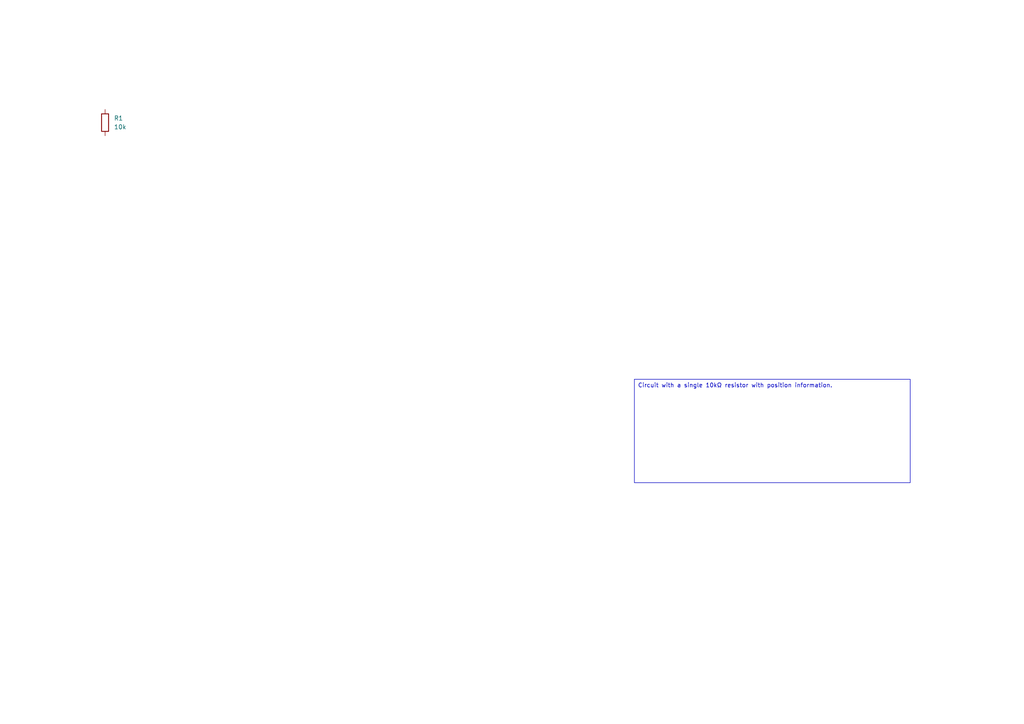
<source format=kicad_sch>
(kicad_sch (version 20250114) (generator "circuit_synth") (generator_version "0.8.36")
  (paper "A4")
  (title_block (title "positioned_resistor"))
  (lib_symbols
    (symbol "Device:R" (pin_numbers (hide yes)) (pin_names (offset 0))
      (property "Reference" "R" (at 2.032 0 90))
      (property "Value" "R" (at 0 0 90))
      (symbol "R_0_1"
        (rectangle (start -1.016 -2.54) (end 1.016 2.54) (stroke (width 0.254)))
      )
      (symbol "R_1_1"
        (pin passive line (at 0 3.81 270) (length 1.27) (name "~") (number "1"))
        (pin passive line (at 0 -3.81 90) (length 1.27) (name "~") (number "2"))
      )
    )
  )
  (symbol (lib_id "Device:R") (at 30.48 35.56 0) (unit 1)
    (property "Reference" "R1" (at 33.02 34.2899 0) (effects (justify left)))
    (property "Value" "10k" (at 33.02 36.8299 0) (effects (justify left)))
    (property "Footprint" "Resistor_SMD:R_0603_1608Metric" (effects (hide yes)))
    (property "hierarchy_path" "/f49cb648-5ed9-46a7-ae46-b5253d564f7d" (effects (hide yes)))
    (property "project_name" "positioned_resistor" (effects (hide yes)))
    (property "root_uuid" "f49cb648-5ed9-46a7-ae46-b5253d564f7d" (effects (hide yes)))
  )
  (text_box "Circuit with a single 10kΩ resistor with position information." (at 184 110 0) (size 80 30) (margins 1 1 1 1) (effects (font (size 1.2 1.2)) (justify left top)))
)
</source>
